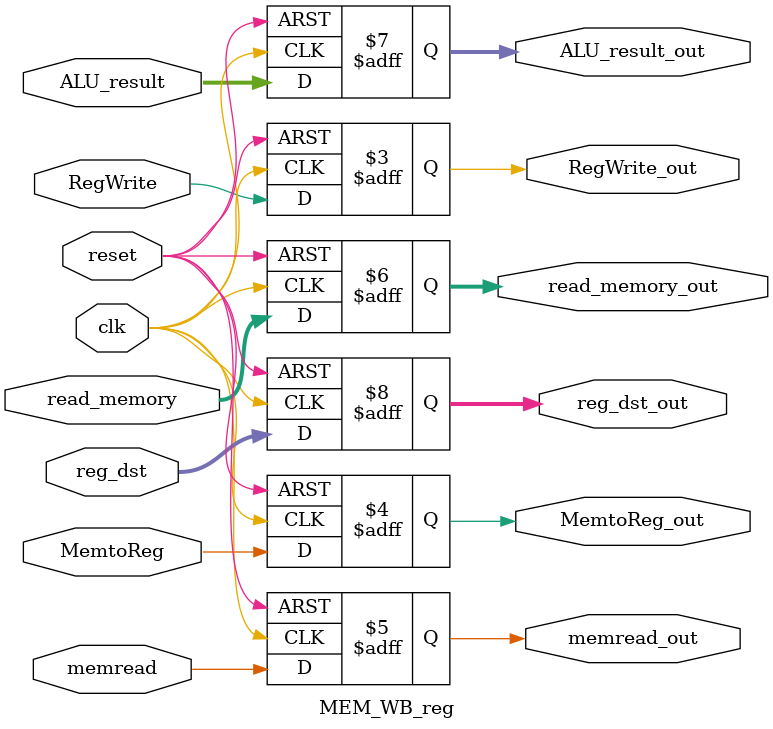
<source format=v>
`timescale 1ns / 1ps


module MEM_WB_reg(
input clk,
input RegWrite, MemtoReg,
input [31:0] read_memory,
input [31:0] ALU_result,
input [4:0] reg_dst,
input reset,
input memread, // because of hazard when sw is after lw, so we should transport memread to wb stage
output reg RegWrite_out, MemtoReg_out,memread_out,
output reg [31:0] read_memory_out,
output reg [31:0] ALU_result_out,
output reg [4:0] reg_dst_out

    );
    always @(posedge clk or posedge reset)
    begin
    if (reset==1)
    begin
       {RegWrite_out, MemtoReg_out,memread_out}<=3'b0;
       read_memory_out<=32'b0;
       ALU_result_out<=32'b0;
       reg_dst_out<=5'b0;
    end
    else
    begin
       {RegWrite_out, MemtoReg_out,memread_out}<={RegWrite, MemtoReg,memread};
       read_memory_out<=read_memory;
       ALU_result_out<=ALU_result;
       reg_dst_out<=reg_dst;
    end
    end
endmodule

</source>
